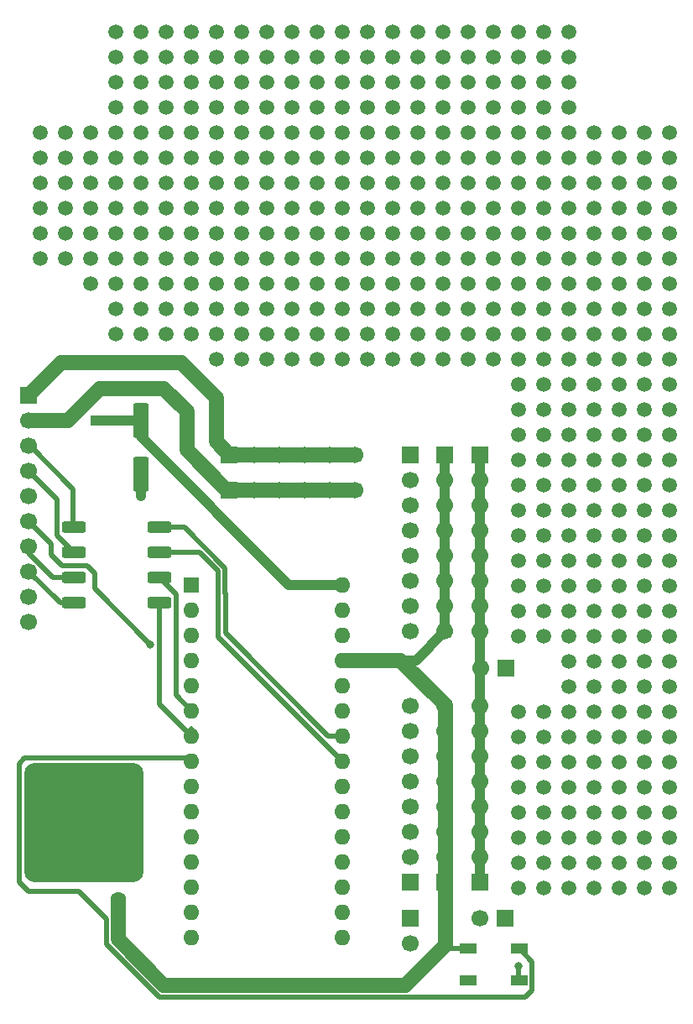
<source format=gbr>
%TF.GenerationSoftware,KiCad,Pcbnew,9.0.1*%
%TF.CreationDate,2025-05-07T09:52:16-04:00*%
%TF.ProjectId,BREAD_Slice_headerProto,42524541-445f-4536-9c69-63655f686561,rev?*%
%TF.SameCoordinates,PX74eba40PY8552dc0*%
%TF.FileFunction,Copper,L1,Top*%
%TF.FilePolarity,Positive*%
%FSLAX46Y46*%
G04 Gerber Fmt 4.6, Leading zero omitted, Abs format (unit mm)*
G04 Created by KiCad (PCBNEW 9.0.1) date 2025-05-07 09:52:16*
%MOMM*%
%LPD*%
G01*
G04 APERTURE LIST*
G04 Aperture macros list*
%AMRoundRect*
0 Rectangle with rounded corners*
0 $1 Rounding radius*
0 $2 $3 $4 $5 $6 $7 $8 $9 X,Y pos of 4 corners*
0 Add a 4 corners polygon primitive as box body*
4,1,4,$2,$3,$4,$5,$6,$7,$8,$9,$2,$3,0*
0 Add four circle primitives for the rounded corners*
1,1,$1+$1,$2,$3*
1,1,$1+$1,$4,$5*
1,1,$1+$1,$6,$7*
1,1,$1+$1,$8,$9*
0 Add four rect primitives between the rounded corners*
20,1,$1+$1,$2,$3,$4,$5,0*
20,1,$1+$1,$4,$5,$6,$7,0*
20,1,$1+$1,$6,$7,$8,$9,0*
20,1,$1+$1,$8,$9,$2,$3,0*%
G04 Aperture macros list end*
%TA.AperFunction,ComponentPad*%
%ADD10R,1.700000X1.700000*%
%TD*%
%TA.AperFunction,ComponentPad*%
%ADD11C,1.700000*%
%TD*%
%TA.AperFunction,SMDPad,CuDef*%
%ADD12RoundRect,0.250000X-0.550000X1.500000X-0.550000X-1.500000X0.550000X-1.500000X0.550000X1.500000X0*%
%TD*%
%TA.AperFunction,SMDPad,CuDef*%
%ADD13RoundRect,0.250000X0.300000X0.300000X-0.300000X0.300000X-0.300000X-0.300000X0.300000X-0.300000X0*%
%TD*%
%TA.AperFunction,SMDPad,CuDef*%
%ADD14R,1.651000X1.000000*%
%TD*%
%TA.AperFunction,ComponentPad*%
%ADD15R,1.600000X1.600000*%
%TD*%
%TA.AperFunction,ComponentPad*%
%ADD16O,1.600000X1.600000*%
%TD*%
%TA.AperFunction,SMDPad,CuDef*%
%ADD17RoundRect,0.250000X0.970000X0.310000X-0.970000X0.310000X-0.970000X-0.310000X0.970000X-0.310000X0*%
%TD*%
%TA.AperFunction,SMDPad,CuDef*%
%ADD18RoundRect,1.000000X-5.000000X-5.000000X5.000000X-5.000000X5.000000X5.000000X-5.000000X5.000000X0*%
%TD*%
%TA.AperFunction,ViaPad*%
%ADD19C,1.500000*%
%TD*%
%TA.AperFunction,ViaPad*%
%ADD20C,0.800000*%
%TD*%
%TA.AperFunction,ViaPad*%
%ADD21C,1.600000*%
%TD*%
%TA.AperFunction,Conductor*%
%ADD22C,1.000000*%
%TD*%
%TA.AperFunction,Conductor*%
%ADD23C,0.500000*%
%TD*%
%TA.AperFunction,Conductor*%
%ADD24C,1.500000*%
%TD*%
G04 APERTURE END LIST*
D10*
%TO.P,J7,1,Pin_1*%
%TO.N,+5V*%
X45620000Y55440000D03*
D11*
%TO.P,J7,2,Pin_2*%
X45620000Y52900000D03*
%TO.P,J7,3,Pin_3*%
X45620000Y50360000D03*
%TO.P,J7,4,Pin_4*%
X45620000Y47820000D03*
%TO.P,J7,5,Pin_5*%
X45620000Y45280000D03*
%TO.P,J7,6,Pin_6*%
X45620000Y42740000D03*
%TO.P,J7,7,Pin_7*%
X45620000Y40200000D03*
%TO.P,J7,8,Pin_8*%
X45620000Y37660000D03*
%TD*%
D12*
%TO.P,,2*%
%TO.N,GND*%
X14900000Y53525000D03*
%TD*%
D13*
%TO.P,D1,1,K*%
%TO.N,/slice_template/VIN*%
X10350000Y58900000D03*
%TO.P,D1,2,A*%
%TO.N,+12V*%
X7550000Y58900000D03*
%TD*%
D12*
%TO.P,C5,1*%
%TO.N,/slice_template/VIN*%
X14900000Y58925000D03*
%TO.P,C5,2*%
%TO.N,GND*%
X14900000Y53525000D03*
%TD*%
D14*
%TO.P,D2,1,VDD*%
%TO.N,+5V*%
X47923000Y5667231D03*
%TO.P,D2,2,DOUT*%
%TO.N,unconnected-(D2-DOUT-Pad2)*%
X47923000Y2467231D03*
%TO.P,D2,3,VSS*%
%TO.N,GND*%
X53077000Y2467231D03*
%TO.P,D2,4,DIN*%
%TO.N,/slice_template/LED*%
X53077000Y5667231D03*
%TD*%
D15*
%TO.P,A1,1,D1/TX*%
%TO.N,unconnected-(A1-D1{slash}TX-Pad1)*%
X20010000Y42360000D03*
D16*
%TO.P,A1,2,D0/RX*%
%TO.N,unconnected-(A1-D0{slash}RX-Pad2)*%
X20010000Y39820000D03*
%TO.P,A1,3,~{RESET}*%
%TO.N,unconnected-(A1-~{RESET}-Pad3)*%
X20010000Y37280000D03*
%TO.P,A1,4,GND*%
%TO.N,GND*%
X20010000Y34740000D03*
%TO.P,A1,5,D2*%
%TO.N,/slice_template/ESTOP*%
X20010000Y32200000D03*
%TO.P,A1,6,D3*%
%TO.N,/slice_template/SYNC{slash}CAN_{INT}*%
X20010000Y29660000D03*
%TO.P,A1,7,D4*%
%TO.N,/slice_template/INT{slash}CAN_{CS}*%
X20010000Y27120000D03*
%TO.P,A1,8,D5*%
%TO.N,/slice_template/LED*%
X20010000Y24580000D03*
%TO.P,A1,9,D6*%
%TO.N,/slice_template/D6*%
X20010000Y22040000D03*
%TO.P,A1,10,D7*%
%TO.N,/slice_template/D7*%
X20010000Y19500000D03*
%TO.P,A1,11,D8*%
%TO.N,/slice_template/D8*%
X20010000Y16960000D03*
%TO.P,A1,12,D9*%
%TO.N,/slice_template/D9*%
X20010000Y14420000D03*
%TO.P,A1,13,D10*%
%TO.N,/slice_template/D10*%
X20010000Y11880000D03*
%TO.P,A1,14,D11*%
%TO.N,/slice_template/D11{slash}MOSI*%
X20010000Y9340000D03*
%TO.P,A1,15,D12*%
%TO.N,/slice_template/D12{slash}MISO*%
X20010000Y6800000D03*
%TO.P,A1,16,D13*%
%TO.N,/slice_template/D13{slash}SCK*%
X35250000Y6800000D03*
%TO.P,A1,17,3V3*%
%TO.N,+3.3V*%
X35250000Y9340000D03*
%TO.P,A1,18,AREF*%
%TO.N,/slice_template/AREF*%
X35250000Y11880000D03*
%TO.P,A1,19,A0*%
%TO.N,/slice_template/A0*%
X35250000Y14420000D03*
%TO.P,A1,20,A1*%
%TO.N,/slice_template/A1*%
X35250000Y16960000D03*
%TO.P,A1,21,A2*%
%TO.N,/slice_template/A2*%
X35250000Y19500000D03*
%TO.P,A1,22,A3*%
%TO.N,/slice_template/A3*%
X35250000Y22040000D03*
%TO.P,A1,23,A4*%
%TO.N,/slice_template/I2C_DAT{slash}A4*%
X35250000Y24580000D03*
%TO.P,A1,24,A5*%
%TO.N,/slice_template/I2C_CLK{slash}A5*%
X35250000Y27120000D03*
%TO.P,A1,25,A6*%
%TO.N,/slice_template/A6*%
X35250000Y29660000D03*
%TO.P,A1,26,A7*%
%TO.N,/slice_template/A7*%
X35250000Y32200000D03*
%TO.P,A1,27,+5V*%
%TO.N,+5V*%
X35250000Y34740000D03*
%TO.P,A1,28,~{RESET}*%
%TO.N,/slice_template/~{RESET}*%
X35250000Y37280000D03*
%TO.P,A1,29,GND*%
%TO.N,GND*%
X35250000Y39820000D03*
%TO.P,A1,30,VIN*%
%TO.N,/slice_template/VIN*%
X35250000Y42360000D03*
%TD*%
D10*
%TO.P,J1,1,Pin_1*%
%TO.N,/slice_template/AREF*%
X42070000Y8750000D03*
D11*
%TO.P,J1,2,Pin_2*%
%TO.N,GND*%
X42070000Y6210000D03*
%TD*%
D10*
%TO.P,J6,1,Pin_1*%
%TO.N,+12V*%
X23830000Y51930000D03*
D11*
%TO.P,J6,2,Pin_2*%
X26370000Y51930000D03*
%TO.P,J6,3,Pin_3*%
X28910000Y51930000D03*
%TO.P,J6,4,Pin_4*%
X31450000Y51930000D03*
%TO.P,J6,5,Pin_5*%
X33990000Y51930000D03*
%TO.P,J6,6,Pin_6*%
X36530000Y51930000D03*
%TD*%
D10*
%TO.P,J2,1,Pin_1*%
%TO.N,/slice_template/~{RESET}*%
X51730000Y33920000D03*
D11*
%TO.P,J2,2,Pin_2*%
%TO.N,GND*%
X49190000Y33920000D03*
%TD*%
D10*
%TO.P,J4,1,Pin_1*%
%TO.N,/slice_template/D6*%
X42080000Y55440000D03*
D11*
%TO.P,J4,2,Pin_2*%
%TO.N,/slice_template/D7*%
X42080000Y52900000D03*
%TO.P,J4,3,Pin_3*%
%TO.N,/slice_template/D8*%
X42080000Y50360000D03*
%TO.P,J4,4,Pin_4*%
%TO.N,/slice_template/D9*%
X42080000Y47820000D03*
%TO.P,J4,5,Pin_5*%
%TO.N,/slice_template/D10*%
X42080000Y45280000D03*
%TO.P,J4,6,Pin_6*%
%TO.N,/slice_template/D11{slash}MOSI*%
X42080000Y42740000D03*
%TO.P,J4,7,Pin_7*%
%TO.N,/slice_template/D12{slash}MISO*%
X42080000Y40200000D03*
%TO.P,J4,8,Pin_8*%
%TO.N,/slice_template/D13{slash}SCK*%
X42080000Y37660000D03*
%TD*%
D10*
%TO.P,J10,1,Pin_1*%
%TO.N,GND*%
X49160000Y55440000D03*
D11*
%TO.P,J10,2,Pin_2*%
X49160000Y52900000D03*
%TO.P,J10,3,Pin_3*%
X49160000Y50360000D03*
%TO.P,J10,4,Pin_4*%
X49160000Y47820000D03*
%TO.P,J10,5,Pin_5*%
X49160000Y45280000D03*
%TO.P,J10,6,Pin_6*%
X49160000Y42740000D03*
%TO.P,J10,7,Pin_7*%
X49160000Y40200000D03*
%TO.P,J10,8,Pin_8*%
X49160000Y37660000D03*
%TD*%
D10*
%TO.P,J3,1,Pin_1*%
%TO.N,+3.3V*%
X51700000Y8710000D03*
D11*
%TO.P,J3,2,Pin_2*%
%TO.N,GND*%
X49160000Y8710000D03*
%TD*%
D10*
%TO.P,J12,1,Pin_1*%
%TO.N,GNDPWR*%
X3600000Y61450000D03*
D11*
%TO.P,J12,2,Pin_2*%
%TO.N,+12V*%
X3600000Y58910000D03*
%TO.P,J12,3,Pin_3*%
%TO.N,/slice_template/I2C_CLK*%
X3600000Y56370000D03*
%TO.P,J12,4,Pin_4*%
%TO.N,/slice_template/I2C_DAT*%
X3600000Y53830000D03*
%TO.P,J12,5,Pin_5*%
%TO.N,GNDPWR*%
X3600000Y51290000D03*
%TO.P,J12,6,Pin_6*%
%TO.N,/slice_template/ESTOP*%
X3600000Y48750000D03*
%TO.P,J12,7,Pin_7*%
%TO.N,/slice_template/SYNC*%
X3600000Y46210000D03*
%TO.P,J12,8,Pin_8*%
%TO.N,/slice_template/INT*%
X3600000Y43670000D03*
%TO.P,J12,9,Pin_9*%
%TO.N,+12V*%
X3600000Y41130000D03*
%TO.P,J12,10,Pin_10*%
%TO.N,GNDPWR*%
X3600000Y38590000D03*
%TD*%
D10*
%TO.P,J8,1,Pin_1*%
%TO.N,+5V*%
X45610000Y12310000D03*
D11*
%TO.P,J8,2,Pin_2*%
X45610000Y14850000D03*
%TO.P,J8,3,Pin_3*%
X45610000Y17390000D03*
%TO.P,J8,4,Pin_4*%
X45610000Y19930000D03*
%TO.P,J8,5,Pin_5*%
X45610000Y22470000D03*
%TO.P,J8,6,Pin_6*%
X45610000Y25010000D03*
%TO.P,J8,7,Pin_7*%
X45610000Y27550000D03*
%TO.P,J8,8,Pin_8*%
X45610000Y30090000D03*
%TD*%
D17*
%TO.P,SW1,1*%
%TO.N,/slice_template/INT{slash}CAN_{CS}*%
X16810000Y40505000D03*
%TO.P,SW1,2*%
%TO.N,/slice_template/SYNC{slash}CAN_{INT}*%
X16810000Y43045000D03*
%TO.P,SW1,3*%
%TO.N,/slice_template/I2C_DAT{slash}A4*%
X16810000Y45585000D03*
%TO.P,SW1,4*%
%TO.N,/slice_template/I2C_CLK{slash}A5*%
X16810000Y48125000D03*
%TO.P,SW1,5*%
%TO.N,/slice_template/I2C_CLK*%
X8200000Y48125000D03*
%TO.P,SW1,6*%
%TO.N,/slice_template/I2C_DAT*%
X8200000Y45585000D03*
%TO.P,SW1,7*%
%TO.N,/slice_template/SYNC*%
X8200000Y43045000D03*
%TO.P,SW1,8*%
%TO.N,/slice_template/INT*%
X8200000Y40505000D03*
%TD*%
D10*
%TO.P,J11,1,Pin_1*%
%TO.N,GND*%
X49150000Y12310000D03*
D11*
%TO.P,J11,2,Pin_2*%
X49150000Y14850000D03*
%TO.P,J11,3,Pin_3*%
X49150000Y17390000D03*
%TO.P,J11,4,Pin_4*%
X49150000Y19930000D03*
%TO.P,J11,5,Pin_5*%
X49150000Y22470000D03*
%TO.P,J11,6,Pin_6*%
X49150000Y25010000D03*
%TO.P,J11,7,Pin_7*%
X49150000Y27550000D03*
%TO.P,J11,8,Pin_8*%
X49150000Y30090000D03*
%TD*%
D10*
%TO.P,J9,1,Pin_1*%
%TO.N,GNDPWR*%
X23830000Y55470000D03*
D11*
%TO.P,J9,2,Pin_2*%
X26370000Y55470000D03*
%TO.P,J9,3,Pin_3*%
X28910000Y55470000D03*
%TO.P,J9,4,Pin_4*%
X31450000Y55470000D03*
%TO.P,J9,5,Pin_5*%
X33990000Y55470000D03*
%TO.P,J9,6,Pin_6*%
X36530000Y55470000D03*
%TD*%
D10*
%TO.P,J5,1,Pin_1*%
%TO.N,/slice_template/A0*%
X42070000Y12310000D03*
D11*
%TO.P,J5,2,Pin_2*%
%TO.N,/slice_template/A1*%
X42070000Y14850000D03*
%TO.P,J5,3,Pin_3*%
%TO.N,/slice_template/A2*%
X42070000Y17390000D03*
%TO.P,J5,4,Pin_4*%
%TO.N,/slice_template/A3*%
X42070000Y19930000D03*
%TO.P,J5,5,Pin_5*%
%TO.N,/slice_template/I2C_DAT{slash}A4*%
X42070000Y22470000D03*
%TO.P,J5,6,Pin_6*%
%TO.N,/slice_template/I2C_CLK{slash}A5*%
X42070000Y25010000D03*
%TO.P,J5,7,Pin_7*%
%TO.N,/slice_template/A6*%
X42070000Y27550000D03*
%TO.P,J5,8,Pin_8*%
%TO.N,/slice_template/A7*%
X42070000Y30090000D03*
%TD*%
D18*
%TO.P,HS1,1*%
%TO.N,GND*%
X9200000Y18350000D03*
%TD*%
D19*
%TO.N,*%
X65720000Y44780000D03*
X50480000Y87960000D03*
X25080000Y75260000D03*
X58100000Y95580000D03*
X58100000Y70180000D03*
X37780000Y70180000D03*
X68260000Y14300000D03*
X45400000Y90500000D03*
X68260000Y47320000D03*
X60640000Y37160000D03*
X9860000Y75280000D03*
X68260000Y39700000D03*
X7320000Y75280000D03*
X37780000Y65100000D03*
X32700000Y85420000D03*
X53020000Y42240000D03*
X65720000Y42240000D03*
X60640000Y44780000D03*
X47940000Y67640000D03*
X37780000Y98120000D03*
X68260000Y49860000D03*
X22540000Y65100000D03*
X20000000Y82880000D03*
X22540000Y87960000D03*
X35240000Y65100000D03*
X45400000Y77800000D03*
X58100000Y75260000D03*
X45400000Y72720000D03*
X12380000Y90500000D03*
X47940000Y98120000D03*
X68260000Y85420000D03*
X42860000Y85420000D03*
X65720000Y47320000D03*
X63180000Y75260000D03*
X68260000Y27000000D03*
X60640000Y49860000D03*
X17460000Y77800000D03*
X22540000Y90500000D03*
X58100000Y65100000D03*
X30160000Y98120000D03*
X47940000Y77800000D03*
X40320000Y98120000D03*
X20000000Y95580000D03*
X63180000Y85420000D03*
X60640000Y21920000D03*
X9860000Y82900000D03*
X25080000Y72720000D03*
X32700000Y80340000D03*
X63180000Y19380000D03*
X68260000Y32080000D03*
X32700000Y77800000D03*
X32700000Y98120000D03*
X17460000Y87960000D03*
X50480000Y90500000D03*
X65720000Y85420000D03*
X63180000Y77800000D03*
X32700000Y95580000D03*
X27620000Y67640000D03*
X58100000Y60020000D03*
X30160000Y82880000D03*
X65720000Y75260000D03*
X4780000Y77820000D03*
X55560000Y85420000D03*
X27620000Y72720000D03*
X53020000Y29540000D03*
X60640000Y14300000D03*
X32700000Y82880000D03*
X63180000Y87960000D03*
X35240000Y87960000D03*
X63180000Y57480000D03*
X20000000Y80340000D03*
X58100000Y34620000D03*
X63180000Y11760000D03*
X50480000Y65100000D03*
X65720000Y60020000D03*
X32700000Y70180000D03*
X55560000Y11760000D03*
X68260000Y52400000D03*
X65720000Y70180000D03*
X30160000Y70180000D03*
X20000000Y93040000D03*
X50480000Y72720000D03*
X47940000Y70180000D03*
X25080000Y67640000D03*
X53020000Y98120000D03*
X27620000Y93040000D03*
X55560000Y14300000D03*
X30160000Y77800000D03*
X45400000Y98120000D03*
X68260000Y70180000D03*
X63180000Y62560000D03*
X20000000Y77800000D03*
X47940000Y80340000D03*
X58100000Y11760000D03*
X65720000Y19380000D03*
X47940000Y95580000D03*
X65720000Y54940000D03*
X40320000Y67640000D03*
X45400000Y75260000D03*
X58100000Y87960000D03*
X65720000Y27000000D03*
X55560000Y27000000D03*
X68260000Y87960000D03*
X42860000Y65100000D03*
X63180000Y80340000D03*
X40320000Y70180000D03*
X58100000Y93040000D03*
X27620000Y82880000D03*
X7320000Y85440000D03*
X14920000Y82880000D03*
X60640000Y39700000D03*
X58100000Y98120000D03*
X25080000Y70180000D03*
X58100000Y16840000D03*
X42860000Y90500000D03*
X68260000Y37160000D03*
X68260000Y67640000D03*
X55560000Y44780000D03*
X58100000Y49860000D03*
X4780000Y82900000D03*
X60640000Y29540000D03*
X55560000Y75260000D03*
X47940000Y90500000D03*
X42860000Y95580000D03*
X68260000Y72720000D03*
X30160000Y67640000D03*
X40320000Y80340000D03*
X65720000Y72720000D03*
X68260000Y11760000D03*
X53020000Y87960000D03*
X60640000Y72720000D03*
X40320000Y93040000D03*
X68260000Y80340000D03*
X20000000Y85420000D03*
X37780000Y82880000D03*
X32700000Y87960000D03*
X47940000Y82880000D03*
X63180000Y52400000D03*
X65720000Y16840000D03*
X55560000Y62560000D03*
X42860000Y98120000D03*
X32700000Y67640000D03*
X12380000Y67640000D03*
X17460000Y98120000D03*
X14920000Y90500000D03*
X60640000Y32080000D03*
X12380000Y75260000D03*
X45400000Y70180000D03*
X55560000Y19380000D03*
X63180000Y54940000D03*
X55560000Y52400000D03*
X68260000Y16840000D03*
X45400000Y65100000D03*
X53020000Y93040000D03*
X53020000Y21920000D03*
X17460000Y90500000D03*
X32700000Y65100000D03*
X58100000Y77800000D03*
X50480000Y75260000D03*
X9860000Y87980000D03*
X50480000Y93040000D03*
X40320000Y95580000D03*
X60640000Y24460000D03*
X35240000Y72720000D03*
X30160000Y87960000D03*
X63180000Y39700000D03*
X25080000Y90500000D03*
X63180000Y27000000D03*
X40320000Y77800000D03*
X50480000Y70180000D03*
X55560000Y67640000D03*
X60640000Y85420000D03*
X42860000Y72720000D03*
X42860000Y67640000D03*
X55560000Y16840000D03*
X53020000Y47320000D03*
X47940000Y93040000D03*
X42860000Y75260000D03*
X60640000Y70180000D03*
X45400000Y85420000D03*
X17460000Y93040000D03*
X63180000Y24460000D03*
X68260000Y42240000D03*
X63180000Y65100000D03*
X37780000Y95580000D03*
X58100000Y62560000D03*
X63180000Y67640000D03*
X37780000Y72720000D03*
X7320000Y87980000D03*
X63180000Y70180000D03*
X25080000Y80340000D03*
X12380000Y85420000D03*
X45400000Y82880000D03*
X55560000Y65100000D03*
X65720000Y24460000D03*
X68260000Y44780000D03*
X53020000Y16840000D03*
X53020000Y57480000D03*
X53020000Y19380000D03*
X68260000Y75260000D03*
X35240000Y75260000D03*
X40320000Y82880000D03*
X40320000Y72720000D03*
X17460000Y80340000D03*
X60640000Y87960000D03*
X63180000Y16840000D03*
X63180000Y14300000D03*
X14920000Y75260000D03*
X14920000Y95580000D03*
X65720000Y82880000D03*
X58100000Y85420000D03*
X12380000Y98120000D03*
X58100000Y19380000D03*
X22540000Y85420000D03*
X60640000Y11760000D03*
X50480000Y82880000D03*
X58100000Y29540000D03*
X9860000Y85440000D03*
X45400000Y95580000D03*
X25080000Y82880000D03*
X4780000Y75280000D03*
X37780000Y93040000D03*
X20000000Y67640000D03*
X40320000Y65100000D03*
X25080000Y95580000D03*
X53020000Y75260000D03*
X30160000Y72720000D03*
X42860000Y70180000D03*
X35240000Y85420000D03*
X14920000Y85420000D03*
X35240000Y82880000D03*
X58100000Y44780000D03*
X63180000Y60020000D03*
X53020000Y52400000D03*
X32700000Y93040000D03*
X30160000Y75260000D03*
X35240000Y98120000D03*
X40320000Y75260000D03*
X22540000Y77800000D03*
X65720000Y57480000D03*
X12380000Y77800000D03*
X35240000Y77800000D03*
X58100000Y82880000D03*
X65720000Y52400000D03*
X35240000Y95580000D03*
X68260000Y60020000D03*
X58100000Y72720000D03*
X47940000Y87960000D03*
X22540000Y67640000D03*
X47940000Y75260000D03*
X12380000Y80340000D03*
X22540000Y82880000D03*
X65720000Y49860000D03*
X47940000Y72720000D03*
X27620000Y98120000D03*
X53020000Y49860000D03*
X68260000Y62560000D03*
X22540000Y80340000D03*
X27620000Y87960000D03*
X20000000Y75260000D03*
X60640000Y54940000D03*
X50480000Y85420000D03*
X12380000Y82880000D03*
X65720000Y65100000D03*
X55560000Y49860000D03*
X53020000Y70180000D03*
X20000000Y98120000D03*
X55560000Y70180000D03*
X53020000Y44780000D03*
X53020000Y24460000D03*
X53020000Y72720000D03*
X55560000Y37160000D03*
X37780000Y90500000D03*
X65720000Y80340000D03*
X42860000Y82880000D03*
X14920000Y80340000D03*
X27620000Y80340000D03*
X53020000Y60020000D03*
X27620000Y70180000D03*
X47940000Y85420000D03*
X68260000Y24460000D03*
X55560000Y77800000D03*
X65720000Y67640000D03*
X55560000Y39700000D03*
X58100000Y42240000D03*
X65720000Y39700000D03*
X45400000Y80340000D03*
X63180000Y82880000D03*
X30160000Y80340000D03*
X53020000Y67640000D03*
X60640000Y16840000D03*
X50480000Y67640000D03*
X17460000Y95580000D03*
X65720000Y87960000D03*
X35240000Y70180000D03*
X63180000Y49860000D03*
X58100000Y47320000D03*
X27620000Y75260000D03*
X55560000Y87960000D03*
X12380000Y95580000D03*
X12380000Y72720000D03*
X63180000Y72720000D03*
X68260000Y54940000D03*
X25080000Y93040000D03*
X53020000Y37160000D03*
X53020000Y54940000D03*
X58100000Y39700000D03*
X40320000Y85420000D03*
X58100000Y54940000D03*
X53020000Y39700000D03*
X4780000Y87980000D03*
X50480000Y80340000D03*
X20000000Y90500000D03*
X50480000Y77800000D03*
X60640000Y19380000D03*
X53020000Y62560000D03*
X60640000Y77800000D03*
X55560000Y21920000D03*
X53020000Y65100000D03*
X55560000Y60020000D03*
X60640000Y65100000D03*
X63180000Y32080000D03*
X45400000Y93040000D03*
X30160000Y65100000D03*
X17460000Y85420000D03*
X27620000Y65100000D03*
X9860000Y80360000D03*
X45400000Y87960000D03*
X55560000Y80340000D03*
X58100000Y80340000D03*
X55560000Y90500000D03*
X22540000Y70180000D03*
X22540000Y95580000D03*
X65720000Y21920000D03*
X60640000Y60020000D03*
X60640000Y82880000D03*
X63180000Y29540000D03*
X68260000Y82880000D03*
X58100000Y67640000D03*
X42860000Y80340000D03*
X22540000Y75260000D03*
X14920000Y70180000D03*
X65720000Y37160000D03*
X60640000Y27000000D03*
X53020000Y82880000D03*
X7320000Y82900000D03*
X35240000Y93040000D03*
X7320000Y77820000D03*
X68260000Y19380000D03*
X14920000Y67640000D03*
X42860000Y77800000D03*
X58100000Y32080000D03*
X60640000Y34620000D03*
X63180000Y37160000D03*
X12380000Y93040000D03*
X53020000Y27000000D03*
X60640000Y80340000D03*
X25080000Y87960000D03*
X53020000Y14300000D03*
X4780000Y85440000D03*
X14920000Y72720000D03*
X53020000Y80340000D03*
X32700000Y90500000D03*
X47940000Y65100000D03*
X14920000Y93040000D03*
X12380000Y87960000D03*
X65720000Y29540000D03*
X58100000Y90500000D03*
X4780000Y80360000D03*
X68260000Y65100000D03*
X40320000Y87960000D03*
X65720000Y14300000D03*
X63180000Y21920000D03*
X37780000Y85420000D03*
X65720000Y32080000D03*
X27620000Y90500000D03*
X55560000Y42240000D03*
X55560000Y72720000D03*
X58100000Y14300000D03*
X55560000Y24460000D03*
X37780000Y75260000D03*
X63180000Y42240000D03*
X55560000Y29540000D03*
X63180000Y44780000D03*
X68260000Y34620000D03*
X17460000Y82880000D03*
X35240000Y90500000D03*
X60640000Y75260000D03*
X22540000Y98120000D03*
X32700000Y72720000D03*
X53020000Y11760000D03*
X45400000Y67640000D03*
X14920000Y77800000D03*
X55560000Y93040000D03*
X63180000Y34620000D03*
X37780000Y87960000D03*
X63180000Y47320000D03*
X50480000Y95580000D03*
X25080000Y77800000D03*
X58100000Y37160000D03*
X60640000Y47320000D03*
X27620000Y77800000D03*
X42860000Y87960000D03*
X9860000Y72740000D03*
X20000000Y87960000D03*
X58100000Y52400000D03*
X30160000Y95580000D03*
X60640000Y42240000D03*
X17460000Y70180000D03*
X25080000Y65100000D03*
X42860000Y93040000D03*
X27620000Y95580000D03*
X37780000Y67640000D03*
X68260000Y21920000D03*
X37780000Y77800000D03*
X53020000Y77800000D03*
X30160000Y93040000D03*
X58100000Y57480000D03*
X35240000Y80340000D03*
X58100000Y24460000D03*
X53020000Y95580000D03*
X55560000Y47320000D03*
X17460000Y72720000D03*
X55560000Y82880000D03*
X30160000Y85420000D03*
X55560000Y54940000D03*
X65720000Y77800000D03*
X65720000Y62560000D03*
X14920000Y98120000D03*
X58100000Y21920000D03*
X35240000Y67640000D03*
X20000000Y72720000D03*
X60640000Y57480000D03*
X65720000Y34620000D03*
X58100000Y27000000D03*
X60640000Y52400000D03*
X22540000Y72720000D03*
X9860000Y77820000D03*
X7320000Y80360000D03*
X25080000Y98120000D03*
X22540000Y93040000D03*
X50480000Y98120000D03*
X60640000Y62560000D03*
X37780000Y80340000D03*
X68260000Y77800000D03*
X30160000Y90500000D03*
X17460000Y67640000D03*
X25080000Y85420000D03*
X27620000Y85420000D03*
X55560000Y95580000D03*
X40320000Y90500000D03*
X65720000Y11760000D03*
X17460000Y75260000D03*
X32700000Y75260000D03*
X55560000Y57480000D03*
X53020000Y90500000D03*
X68260000Y29540000D03*
X55560000Y98120000D03*
X53020000Y85420000D03*
X12380000Y70180000D03*
X60640000Y67640000D03*
X14920000Y87960000D03*
X20000000Y70180000D03*
X68260000Y57480000D03*
D20*
%TO.N,GND*%
X11250000Y18925000D03*
X11250000Y15050000D03*
X14275000Y23375000D03*
X3750000Y13345000D03*
X8250000Y22500000D03*
D21*
X6100000Y22600000D03*
D20*
X14275000Y13200000D03*
X8575000Y21125000D03*
X10575000Y21900000D03*
X14325000Y17880000D03*
X11300000Y13150000D03*
X53000000Y3900000D03*
X14900000Y51325000D03*
X14275000Y15475000D03*
X3750000Y18900000D03*
X14275000Y20475000D03*
X8550000Y18800000D03*
X8600000Y15100000D03*
X5875000Y14900000D03*
D21*
%TO.N,+5V*%
X12650000Y10600000D03*
D20*
%TO.N,/slice_template/ESTOP*%
X15850000Y36350000D03*
%TD*%
D22*
%TO.N,GND*%
X49160000Y55440000D02*
X49160000Y37660000D01*
X49150000Y33870000D02*
X49150000Y30090000D01*
X49160000Y33880000D02*
X49150000Y33870000D01*
D23*
X53000000Y3900000D02*
X53000000Y2544231D01*
D22*
X49150000Y30090000D02*
X49150000Y12310000D01*
X14900000Y53525000D02*
X14900000Y51325000D01*
X49160000Y37660000D02*
X49160000Y33880000D01*
D24*
%TO.N,+12V*%
X3600000Y58910000D02*
X7540000Y58910000D01*
X17220000Y62170000D02*
X19560000Y59830000D01*
X23540000Y51930000D02*
X23830000Y51930000D01*
X7540000Y58910000D02*
X7550000Y58900000D01*
X7550000Y58900000D02*
X10820000Y62170000D01*
X19560000Y55910000D02*
X23540000Y51930000D01*
X23830000Y51930000D02*
X36530000Y51930000D01*
X19560000Y59830000D02*
X19560000Y55910000D01*
X10820000Y62170000D02*
X17220000Y62170000D01*
%TO.N,+5V*%
X45650000Y6000000D02*
X45650000Y30200000D01*
X12650000Y6550000D02*
X17250000Y1950000D01*
X12650000Y10600000D02*
X12650000Y6550000D01*
D23*
X47932769Y5667231D02*
X47923000Y5667231D01*
D22*
X42700000Y34740000D02*
X41110000Y34740000D01*
D24*
X41600000Y1950000D02*
X45650000Y6000000D01*
X41110000Y34740000D02*
X35250000Y34740000D01*
D22*
X45620000Y37660000D02*
X45620000Y55440000D01*
D24*
X35230000Y34740000D02*
X35250000Y34740000D01*
D23*
X45982769Y5667231D02*
X47923000Y5667231D01*
D24*
X17250000Y1950000D02*
X41600000Y1950000D01*
D22*
X45620000Y37660000D02*
X42700000Y34740000D01*
D24*
X45650000Y30200000D02*
X41110000Y34740000D01*
D23*
X45650000Y6000000D02*
X45982769Y5667231D01*
D24*
%TO.N,GNDPWR*%
X18990000Y64780000D02*
X22540000Y61230000D01*
X23830000Y55470000D02*
X36530000Y55470000D01*
X3600000Y61450000D02*
X6930000Y64780000D01*
X22540000Y61230000D02*
X22540000Y56760000D01*
X6930000Y64780000D02*
X18990000Y64780000D01*
X22540000Y56760000D02*
X23830000Y55470000D01*
D23*
%TO.N,/slice_template/LED*%
X2625000Y24275000D02*
X3200000Y24850000D01*
X19740000Y24850000D02*
X20010000Y24580000D01*
X54400000Y4344231D02*
X54400000Y1450000D01*
X3200000Y24850000D02*
X19740000Y24850000D01*
X8700000Y11400000D02*
X3600000Y11400000D01*
X53700000Y750000D02*
X16752944Y750000D01*
X53077000Y5667231D02*
X54400000Y4344231D01*
X2625000Y12375000D02*
X2625000Y24275000D01*
X20010000Y24580000D02*
X20090000Y24580000D01*
X11450000Y8650000D02*
X8700000Y11400000D01*
X16752944Y750000D02*
X11450000Y6052944D01*
X11450000Y6052944D02*
X11450000Y8650000D01*
X54400000Y1450000D02*
X53700000Y750000D01*
X3600000Y11400000D02*
X2625000Y12375000D01*
D22*
%TO.N,/slice_template/VIN*%
X14900000Y58925000D02*
X14900000Y57270000D01*
X10350000Y58900000D02*
X14875000Y58900000D01*
X35285000Y42325000D02*
X35250000Y42360000D01*
X14900000Y57270000D02*
X29810000Y42360000D01*
X29810000Y42360000D02*
X35250000Y42360000D01*
X14875000Y58900000D02*
X14900000Y58925000D01*
D23*
%TO.N,/slice_template/I2C_DAT{slash}A4*%
X22730000Y43753636D02*
X20883636Y45600000D01*
X22730000Y37100000D02*
X22730000Y43753636D01*
X20883636Y45600000D02*
X16825000Y45600000D01*
X16825000Y45600000D02*
X16810000Y45585000D01*
X35250000Y24580000D02*
X22730000Y37100000D01*
%TO.N,/slice_template/I2C_CLK{slash}A5*%
X23450000Y37500000D02*
X23450000Y41485000D01*
X23431000Y41504000D02*
X23431000Y44044000D01*
X23450000Y41485000D02*
X23431000Y41504000D01*
X23431000Y44044000D02*
X19350000Y48125000D01*
X35250000Y27120000D02*
X33830000Y27120000D01*
X33830000Y27120000D02*
X23450000Y37500000D01*
X19350000Y48125000D02*
X16810000Y48125000D01*
%TO.N,/slice_template/SYNC{slash}CAN_{INT}*%
X20010000Y29800000D02*
X20010000Y29660000D01*
X16810000Y43045000D02*
X18481000Y41374000D01*
X18481000Y31189000D02*
X20010000Y29660000D01*
X18481000Y41374000D02*
X18481000Y31189000D01*
%TO.N,/slice_template/INT{slash}CAN_{CS}*%
X20010000Y27840000D02*
X20010000Y27120000D01*
X16810000Y40505000D02*
X16810000Y30320000D01*
X16810000Y30320000D02*
X20010000Y27120000D01*
%TO.N,/slice_template/ESTOP*%
X6950000Y44300000D02*
X5875000Y45375000D01*
X5875000Y46475000D02*
X3600000Y48750000D01*
X9475000Y44300000D02*
X6950000Y44300000D01*
X5875000Y45375000D02*
X5875000Y46475000D01*
X19550000Y32200000D02*
X20010000Y32200000D01*
X10250000Y41950000D02*
X10250000Y43525000D01*
X3600000Y48750000D02*
X3600000Y48150000D01*
X10250000Y43525000D02*
X9475000Y44300000D01*
X15850000Y36350000D02*
X10250000Y41950000D01*
%TO.N,/slice_template/I2C_CLK*%
X8100000Y52000000D02*
X3730000Y56370000D01*
X8100000Y48125000D02*
X8100000Y52000000D01*
X3730000Y56370000D02*
X3600000Y56370000D01*
%TO.N,/slice_template/INT*%
X3600000Y43670000D02*
X4180000Y43670000D01*
X6765000Y40505000D02*
X8200000Y40505000D01*
X3600000Y43670000D02*
X6765000Y40505000D01*
%TO.N,/slice_template/I2C_DAT*%
X6449000Y47336000D02*
X6449000Y50981000D01*
X8120000Y45665000D02*
X6449000Y47336000D01*
X6449000Y50981000D02*
X3600000Y53830000D01*
%TO.N,/slice_template/SYNC*%
X6064892Y43045000D02*
X3600000Y45509892D01*
X3600000Y45509892D02*
X3600000Y46210000D01*
X8200000Y43045000D02*
X6064892Y43045000D01*
%TD*%
M02*

</source>
